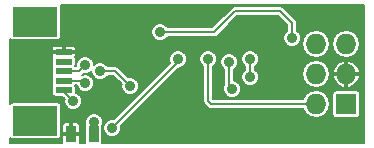
<source format=gbl>
G04 #@! TF.FileFunction,Copper,L2,Bot,Signal*
%FSLAX46Y46*%
G04 Gerber Fmt 4.6, Leading zero omitted, Abs format (unit mm)*
G04 Created by KiCad (PCBNEW (after 2015-mar-04 BZR unknown)-product) date 9/2/2016 2:53:59 PM*
%MOMM*%
G01*
G04 APERTURE LIST*
%ADD10C,0.150000*%
%ADD11R,0.889000X1.397000*%
%ADD12R,3.799840X2.499360*%
%ADD13R,1.399540X0.500380*%
%ADD14R,1.727200X1.727200*%
%ADD15O,1.727200X1.727200*%
%ADD16C,0.889000*%
%ADD17C,0.203200*%
G04 APERTURE END LIST*
D10*
D11*
X155892500Y-107188000D03*
X153987500Y-107188000D03*
D12*
X150969980Y-97652840D03*
X150969980Y-106055160D03*
D13*
X153370280Y-100253800D03*
X153370280Y-101053900D03*
X153370280Y-103454200D03*
X153370280Y-102654100D03*
X153370280Y-101854000D03*
D14*
X177292000Y-104648000D03*
D15*
X174752000Y-104648000D03*
X177292000Y-102108000D03*
X174752000Y-102108000D03*
X177292000Y-99568000D03*
X174752000Y-99568000D03*
D16*
X155956000Y-106172000D03*
X163068000Y-100838000D03*
X157480000Y-106680000D03*
X154178000Y-104394000D03*
X159004000Y-103124000D03*
X156464000Y-101854000D03*
X167640000Y-103378000D03*
X167386000Y-101092000D03*
X155194000Y-102870000D03*
X155194000Y-101346000D03*
X169164000Y-102362000D03*
X169164000Y-100838000D03*
X161544000Y-98552000D03*
X172720000Y-99060000D03*
X151130000Y-101600000D03*
X157734000Y-103378000D03*
X157226000Y-100838000D03*
X164338000Y-100838000D03*
X165608000Y-100838000D03*
D17*
X155892500Y-106235500D02*
X155892500Y-107188000D01*
X155956000Y-106172000D02*
X155892500Y-106235500D01*
X163068000Y-101092000D02*
X163068000Y-100838000D01*
X157480000Y-106680000D02*
X163068000Y-101092000D01*
X153370280Y-103454200D02*
X153370280Y-103586280D01*
X153370280Y-103586280D02*
X154178000Y-104394000D01*
X156464000Y-101854000D02*
X157734000Y-101854000D01*
X157734000Y-101854000D02*
X159004000Y-103124000D01*
X167640000Y-103378000D02*
X167386000Y-103124000D01*
X167386000Y-103124000D02*
X167386000Y-101092000D01*
X154978100Y-102654100D02*
X155194000Y-102870000D01*
X153370280Y-102654100D02*
X154978100Y-102654100D01*
X154686000Y-101854000D02*
X155194000Y-101346000D01*
X153370280Y-101854000D02*
X154686000Y-101854000D01*
X169164000Y-102362000D02*
X169164000Y-100838000D01*
X167894000Y-96774000D02*
X171704000Y-96774000D01*
X166116000Y-98552000D02*
X167894000Y-96774000D01*
X161544000Y-98552000D02*
X166116000Y-98552000D01*
X171704000Y-96774000D02*
X172720000Y-97790000D01*
X172720000Y-97790000D02*
X172720000Y-99060000D01*
X165862000Y-104648000D02*
X168656000Y-104648000D01*
X165608000Y-104394000D02*
X165862000Y-104648000D01*
X165608000Y-100838000D02*
X165608000Y-104394000D01*
X174752000Y-104648000D02*
X168656000Y-104648000D01*
G36*
X178828700Y-107962700D02*
X178483290Y-107962700D01*
X178483290Y-99568000D01*
X178394351Y-99120873D01*
X178141074Y-98741816D01*
X177762017Y-98488539D01*
X177314890Y-98399600D01*
X177269110Y-98399600D01*
X176821983Y-98488539D01*
X176442926Y-98741816D01*
X176189649Y-99120873D01*
X176100710Y-99568000D01*
X176189649Y-100015127D01*
X176442926Y-100394184D01*
X176821983Y-100647461D01*
X177269110Y-100736400D01*
X177314890Y-100736400D01*
X177762017Y-100647461D01*
X178141074Y-100394184D01*
X178394351Y-100015127D01*
X178483290Y-99568000D01*
X178483290Y-107962700D01*
X178466371Y-107962700D01*
X178466371Y-105511600D01*
X178466371Y-103784400D01*
X178443822Y-103668181D01*
X178428763Y-103645256D01*
X178428763Y-102378054D01*
X178428763Y-101837946D01*
X178286777Y-101495138D01*
X177976522Y-101161105D01*
X177562055Y-100971228D01*
X177380900Y-101019178D01*
X177380900Y-102019100D01*
X178380576Y-102019100D01*
X178428763Y-101837946D01*
X178428763Y-102378054D01*
X178380576Y-102196900D01*
X177380900Y-102196900D01*
X177380900Y-103196822D01*
X177562055Y-103244772D01*
X177976522Y-103054895D01*
X178286777Y-102720862D01*
X178428763Y-102378054D01*
X178428763Y-103645256D01*
X178376723Y-103566035D01*
X178275427Y-103497659D01*
X178155600Y-103473629D01*
X177203100Y-103473629D01*
X177203100Y-103196822D01*
X177203100Y-102196900D01*
X177203100Y-102019100D01*
X177203100Y-101019178D01*
X177021945Y-100971228D01*
X176607478Y-101161105D01*
X176297223Y-101495138D01*
X176155237Y-101837946D01*
X176203424Y-102019100D01*
X177203100Y-102019100D01*
X177203100Y-102196900D01*
X176203424Y-102196900D01*
X176155237Y-102378054D01*
X176297223Y-102720862D01*
X176607478Y-103054895D01*
X177021945Y-103244772D01*
X177203100Y-103196822D01*
X177203100Y-103473629D01*
X176428400Y-103473629D01*
X176312181Y-103496178D01*
X176210035Y-103563277D01*
X176141659Y-103664573D01*
X176117629Y-103784400D01*
X176117629Y-105511600D01*
X176140178Y-105627819D01*
X176207277Y-105729965D01*
X176308573Y-105798341D01*
X176428400Y-105822371D01*
X178155600Y-105822371D01*
X178271819Y-105799822D01*
X178373965Y-105732723D01*
X178442341Y-105631427D01*
X178466371Y-105511600D01*
X178466371Y-107962700D01*
X175943290Y-107962700D01*
X175943290Y-104648000D01*
X175943290Y-102108000D01*
X175943290Y-99568000D01*
X175854351Y-99120873D01*
X175601074Y-98741816D01*
X175222017Y-98488539D01*
X174774890Y-98399600D01*
X174729110Y-98399600D01*
X174281983Y-98488539D01*
X173902926Y-98741816D01*
X173649649Y-99120873D01*
X173560710Y-99568000D01*
X173649649Y-100015127D01*
X173902926Y-100394184D01*
X174281983Y-100647461D01*
X174729110Y-100736400D01*
X174774890Y-100736400D01*
X175222017Y-100647461D01*
X175601074Y-100394184D01*
X175854351Y-100015127D01*
X175943290Y-99568000D01*
X175943290Y-102108000D01*
X175854351Y-101660873D01*
X175601074Y-101281816D01*
X175222017Y-101028539D01*
X174774890Y-100939600D01*
X174729110Y-100939600D01*
X174281983Y-101028539D01*
X173902926Y-101281816D01*
X173649649Y-101660873D01*
X173560710Y-102108000D01*
X173649649Y-102555127D01*
X173902926Y-102934184D01*
X174281983Y-103187461D01*
X174729110Y-103276400D01*
X174774890Y-103276400D01*
X175222017Y-103187461D01*
X175601074Y-102934184D01*
X175854351Y-102555127D01*
X175943290Y-102108000D01*
X175943290Y-104648000D01*
X175854351Y-104200873D01*
X175601074Y-103821816D01*
X175222017Y-103568539D01*
X174774890Y-103479600D01*
X174729110Y-103479600D01*
X174281983Y-103568539D01*
X173902926Y-103821816D01*
X173649649Y-104200873D01*
X173641547Y-104241600D01*
X173469430Y-104241600D01*
X173469430Y-98911609D01*
X173355596Y-98636110D01*
X173144999Y-98425144D01*
X173126400Y-98417421D01*
X173126400Y-97790000D01*
X173095465Y-97634478D01*
X173095465Y-97634477D01*
X173007368Y-97502632D01*
X171991368Y-96486632D01*
X171859523Y-96398535D01*
X171704000Y-96367600D01*
X167894000Y-96367600D01*
X167738477Y-96398535D01*
X167606632Y-96486632D01*
X165947664Y-98145600D01*
X162186822Y-98145600D01*
X162179596Y-98128110D01*
X161968999Y-97917144D01*
X161693699Y-97802830D01*
X161395609Y-97802570D01*
X161120110Y-97916404D01*
X160909144Y-98127001D01*
X160794830Y-98402301D01*
X160794570Y-98700391D01*
X160908404Y-98975890D01*
X161119001Y-99186856D01*
X161394301Y-99301170D01*
X161692391Y-99301430D01*
X161967890Y-99187596D01*
X162178856Y-98976999D01*
X162186578Y-98958400D01*
X166116000Y-98958400D01*
X166271522Y-98927465D01*
X166271523Y-98927465D01*
X166403368Y-98839368D01*
X168062336Y-97180400D01*
X171535664Y-97180400D01*
X172313600Y-97958336D01*
X172313600Y-98417177D01*
X172296110Y-98424404D01*
X172085144Y-98635001D01*
X171970830Y-98910301D01*
X171970570Y-99208391D01*
X172084404Y-99483890D01*
X172295001Y-99694856D01*
X172570301Y-99809170D01*
X172868391Y-99809430D01*
X173143890Y-99695596D01*
X173354856Y-99484999D01*
X173469170Y-99209699D01*
X173469430Y-98911609D01*
X173469430Y-104241600D01*
X169913430Y-104241600D01*
X169913430Y-102213609D01*
X169799596Y-101938110D01*
X169588999Y-101727144D01*
X169570400Y-101719421D01*
X169570400Y-101480822D01*
X169587890Y-101473596D01*
X169798856Y-101262999D01*
X169913170Y-100987699D01*
X169913430Y-100689609D01*
X169799596Y-100414110D01*
X169588999Y-100203144D01*
X169313699Y-100088830D01*
X169015609Y-100088570D01*
X168740110Y-100202404D01*
X168529144Y-100413001D01*
X168414830Y-100688301D01*
X168414570Y-100986391D01*
X168528404Y-101261890D01*
X168739001Y-101472856D01*
X168757600Y-101480578D01*
X168757600Y-101719177D01*
X168740110Y-101726404D01*
X168529144Y-101937001D01*
X168414830Y-102212301D01*
X168414570Y-102510391D01*
X168528404Y-102785890D01*
X168739001Y-102996856D01*
X169014301Y-103111170D01*
X169312391Y-103111430D01*
X169587890Y-102997596D01*
X169798856Y-102786999D01*
X169913170Y-102511699D01*
X169913430Y-102213609D01*
X169913430Y-104241600D01*
X168656000Y-104241600D01*
X168389430Y-104241600D01*
X168389430Y-103229609D01*
X168275596Y-102954110D01*
X168064999Y-102743144D01*
X167792400Y-102629951D01*
X167792400Y-101734822D01*
X167809890Y-101727596D01*
X168020856Y-101516999D01*
X168135170Y-101241699D01*
X168135430Y-100943609D01*
X168021596Y-100668110D01*
X167810999Y-100457144D01*
X167535699Y-100342830D01*
X167237609Y-100342570D01*
X166962110Y-100456404D01*
X166751144Y-100667001D01*
X166636830Y-100942301D01*
X166636570Y-101240391D01*
X166750404Y-101515890D01*
X166961001Y-101726856D01*
X166979600Y-101734578D01*
X166979600Y-103014518D01*
X166890830Y-103228301D01*
X166890570Y-103526391D01*
X167004404Y-103801890D01*
X167215001Y-104012856D01*
X167490301Y-104127170D01*
X167788391Y-104127430D01*
X168063890Y-104013596D01*
X168274856Y-103802999D01*
X168389170Y-103527699D01*
X168389430Y-103229609D01*
X168389430Y-104241600D01*
X166030336Y-104241600D01*
X166014400Y-104225664D01*
X166014400Y-101480822D01*
X166031890Y-101473596D01*
X166242856Y-101262999D01*
X166357170Y-100987699D01*
X166357430Y-100689609D01*
X166243596Y-100414110D01*
X166032999Y-100203144D01*
X165757699Y-100088830D01*
X165459609Y-100088570D01*
X165184110Y-100202404D01*
X164973144Y-100413001D01*
X164858830Y-100688301D01*
X164858570Y-100986391D01*
X164972404Y-101261890D01*
X165183001Y-101472856D01*
X165201600Y-101480578D01*
X165201600Y-104394000D01*
X165232535Y-104549523D01*
X165320632Y-104681368D01*
X165574632Y-104935368D01*
X165706477Y-105023465D01*
X165862000Y-105054400D01*
X168656000Y-105054400D01*
X173641547Y-105054400D01*
X173649649Y-105095127D01*
X173902926Y-105474184D01*
X174281983Y-105727461D01*
X174729110Y-105816400D01*
X174774890Y-105816400D01*
X175222017Y-105727461D01*
X175601074Y-105474184D01*
X175854351Y-105095127D01*
X175943290Y-104648000D01*
X175943290Y-107962700D01*
X163817430Y-107962700D01*
X163817430Y-100689609D01*
X163703596Y-100414110D01*
X163492999Y-100203144D01*
X163217699Y-100088830D01*
X162919609Y-100088570D01*
X162644110Y-100202404D01*
X162433144Y-100413001D01*
X162318830Y-100688301D01*
X162318570Y-100986391D01*
X162400525Y-101184738D01*
X159753430Y-103831833D01*
X159753430Y-102975609D01*
X159639596Y-102700110D01*
X159428999Y-102489144D01*
X159153699Y-102374830D01*
X158855609Y-102374570D01*
X158836996Y-102382260D01*
X158021368Y-101566632D01*
X157889523Y-101478535D01*
X157734000Y-101447600D01*
X157106822Y-101447600D01*
X157099596Y-101430110D01*
X156888999Y-101219144D01*
X156613699Y-101104830D01*
X156315609Y-101104570D01*
X156040110Y-101218404D01*
X155943327Y-101315017D01*
X155943430Y-101197609D01*
X155829596Y-100922110D01*
X155618999Y-100711144D01*
X155343699Y-100596830D01*
X155045609Y-100596570D01*
X154770110Y-100710404D01*
X154559144Y-100921001D01*
X154444830Y-101196301D01*
X154444610Y-101447600D01*
X154340804Y-101447600D01*
X154356791Y-101423917D01*
X154380821Y-101304090D01*
X154380821Y-100803710D01*
X154358272Y-100687491D01*
X154337225Y-100655451D01*
X154374850Y-100564618D01*
X154374850Y-100418900D01*
X154374850Y-100088700D01*
X154374850Y-99942982D01*
X154328447Y-99830955D01*
X154242706Y-99745213D01*
X154130679Y-99698810D01*
X154009422Y-99698810D01*
X153535380Y-99698810D01*
X153459180Y-99775010D01*
X153459180Y-100164900D01*
X154298650Y-100164900D01*
X154374850Y-100088700D01*
X154374850Y-100418900D01*
X154298650Y-100342700D01*
X153459180Y-100342700D01*
X153459180Y-100362700D01*
X153281380Y-100362700D01*
X153281380Y-100342700D01*
X153281380Y-100164900D01*
X153281380Y-99775010D01*
X153205180Y-99698810D01*
X152731138Y-99698810D01*
X152609881Y-99698810D01*
X152497854Y-99745213D01*
X152412113Y-99830955D01*
X152365710Y-99942982D01*
X152365710Y-100088700D01*
X152441910Y-100164900D01*
X153281380Y-100164900D01*
X153281380Y-100342700D01*
X152441910Y-100342700D01*
X152365710Y-100418900D01*
X152365710Y-100564618D01*
X152403192Y-100655108D01*
X152383769Y-100683883D01*
X152359739Y-100803710D01*
X152359739Y-101304090D01*
X152382288Y-101420309D01*
X152404216Y-101453691D01*
X152383769Y-101483983D01*
X152359739Y-101603810D01*
X152359739Y-102104190D01*
X152382288Y-102220409D01*
X152404216Y-102253791D01*
X152383769Y-102284083D01*
X152359739Y-102403910D01*
X152359739Y-102904290D01*
X152382288Y-103020509D01*
X152404216Y-103053891D01*
X152383769Y-103084183D01*
X152359739Y-103204010D01*
X152359739Y-103704390D01*
X152382288Y-103820609D01*
X152449387Y-103922755D01*
X152550683Y-103991131D01*
X152670510Y-104015161D01*
X153224425Y-104015161D01*
X153436087Y-104226823D01*
X153428830Y-104244301D01*
X153428570Y-104542391D01*
X153542404Y-104817890D01*
X153753001Y-105028856D01*
X154028301Y-105143170D01*
X154326391Y-105143430D01*
X154601890Y-105029596D01*
X154812856Y-104818999D01*
X154927170Y-104543699D01*
X154927430Y-104245609D01*
X154813596Y-103970110D01*
X154602999Y-103759144D01*
X154380821Y-103666888D01*
X154380821Y-103204010D01*
X154358272Y-103087791D01*
X154340344Y-103060500D01*
X154461969Y-103060500D01*
X154558404Y-103293890D01*
X154769001Y-103504856D01*
X155044301Y-103619170D01*
X155342391Y-103619430D01*
X155617890Y-103505596D01*
X155828856Y-103294999D01*
X155943170Y-103019699D01*
X155943430Y-102721609D01*
X155829596Y-102446110D01*
X155618999Y-102235144D01*
X155343699Y-102120830D01*
X155045609Y-102120570D01*
X154937871Y-102165086D01*
X154973368Y-102141368D01*
X155026823Y-102087912D01*
X155044301Y-102095170D01*
X155342391Y-102095430D01*
X155617890Y-101981596D01*
X155714672Y-101884982D01*
X155714570Y-102002391D01*
X155828404Y-102277890D01*
X156039001Y-102488856D01*
X156314301Y-102603170D01*
X156612391Y-102603430D01*
X156887890Y-102489596D01*
X157098856Y-102278999D01*
X157106578Y-102260400D01*
X157565664Y-102260400D01*
X158262087Y-102956823D01*
X158254830Y-102974301D01*
X158254570Y-103272391D01*
X158368404Y-103547890D01*
X158579001Y-103758856D01*
X158854301Y-103873170D01*
X159152391Y-103873430D01*
X159427890Y-103759596D01*
X159638856Y-103548999D01*
X159753170Y-103273699D01*
X159753430Y-102975609D01*
X159753430Y-103831833D01*
X157647176Y-105938087D01*
X157629699Y-105930830D01*
X157331609Y-105930570D01*
X157056110Y-106044404D01*
X156845144Y-106255001D01*
X156730830Y-106530301D01*
X156730570Y-106828391D01*
X156844404Y-107103890D01*
X157055001Y-107314856D01*
X157330301Y-107429170D01*
X157628391Y-107429430D01*
X157903890Y-107315596D01*
X158114856Y-107104999D01*
X158229170Y-106829699D01*
X158229430Y-106531609D01*
X158221739Y-106512996D01*
X163147366Y-101587369D01*
X163216391Y-101587430D01*
X163491890Y-101473596D01*
X163702856Y-101262999D01*
X163817170Y-100987699D01*
X163817430Y-100689609D01*
X163817430Y-107962700D01*
X156632489Y-107962700D01*
X156647771Y-107886500D01*
X156647771Y-106489500D01*
X156643861Y-106469347D01*
X156705170Y-106321699D01*
X156705430Y-106023609D01*
X156591596Y-105748110D01*
X156380999Y-105537144D01*
X156105699Y-105422830D01*
X155807609Y-105422570D01*
X155532110Y-105536404D01*
X155321144Y-105747001D01*
X155206830Y-106022301D01*
X155206585Y-106302523D01*
X155161259Y-106369673D01*
X155137229Y-106489500D01*
X155137229Y-107886500D01*
X155152013Y-107962700D01*
X154730350Y-107962700D01*
X154736800Y-107947129D01*
X154736800Y-107825872D01*
X154736800Y-107353100D01*
X154736800Y-107022900D01*
X154736800Y-106550128D01*
X154736800Y-106428871D01*
X154690397Y-106316844D01*
X154604655Y-106231103D01*
X154492628Y-106184700D01*
X154152600Y-106184700D01*
X154076400Y-106260900D01*
X154076400Y-107099100D01*
X154660600Y-107099100D01*
X154736800Y-107022900D01*
X154736800Y-107353100D01*
X154660600Y-107276900D01*
X154076400Y-107276900D01*
X154076400Y-107296900D01*
X153898600Y-107296900D01*
X153898600Y-107276900D01*
X153898600Y-107099100D01*
X153898600Y-106260900D01*
X153822400Y-106184700D01*
X153482372Y-106184700D01*
X153370345Y-106231103D01*
X153284603Y-106316844D01*
X153238200Y-106428871D01*
X153238200Y-106550128D01*
X153238200Y-107022900D01*
X153314400Y-107099100D01*
X153898600Y-107099100D01*
X153898600Y-107276900D01*
X153314400Y-107276900D01*
X153238200Y-107353100D01*
X153238200Y-107825872D01*
X153238200Y-107947129D01*
X153244649Y-107962700D01*
X148831300Y-107962700D01*
X148831300Y-107496355D01*
X148848937Y-107523205D01*
X148950233Y-107591581D01*
X149070060Y-107615611D01*
X152869900Y-107615611D01*
X152986119Y-107593062D01*
X153088265Y-107525963D01*
X153156641Y-107424667D01*
X153180671Y-107304840D01*
X153180671Y-104805480D01*
X153158122Y-104689261D01*
X153091023Y-104587115D01*
X152989727Y-104518739D01*
X152869900Y-104494709D01*
X149070060Y-104494709D01*
X148953841Y-104517258D01*
X148851695Y-104584357D01*
X148831300Y-104614571D01*
X148831300Y-99094035D01*
X148848937Y-99120885D01*
X148950233Y-99189261D01*
X149070060Y-99213291D01*
X152869900Y-99213291D01*
X152986119Y-99190742D01*
X153088265Y-99123643D01*
X153156641Y-99022347D01*
X153180671Y-98902520D01*
X153180671Y-96403160D01*
X153158122Y-96286941D01*
X153136023Y-96253300D01*
X178828700Y-96253300D01*
X178828700Y-107962700D01*
X178828700Y-107962700D01*
G37*
X178828700Y-107962700D02*
X178483290Y-107962700D01*
X178483290Y-99568000D01*
X178394351Y-99120873D01*
X178141074Y-98741816D01*
X177762017Y-98488539D01*
X177314890Y-98399600D01*
X177269110Y-98399600D01*
X176821983Y-98488539D01*
X176442926Y-98741816D01*
X176189649Y-99120873D01*
X176100710Y-99568000D01*
X176189649Y-100015127D01*
X176442926Y-100394184D01*
X176821983Y-100647461D01*
X177269110Y-100736400D01*
X177314890Y-100736400D01*
X177762017Y-100647461D01*
X178141074Y-100394184D01*
X178394351Y-100015127D01*
X178483290Y-99568000D01*
X178483290Y-107962700D01*
X178466371Y-107962700D01*
X178466371Y-105511600D01*
X178466371Y-103784400D01*
X178443822Y-103668181D01*
X178428763Y-103645256D01*
X178428763Y-102378054D01*
X178428763Y-101837946D01*
X178286777Y-101495138D01*
X177976522Y-101161105D01*
X177562055Y-100971228D01*
X177380900Y-101019178D01*
X177380900Y-102019100D01*
X178380576Y-102019100D01*
X178428763Y-101837946D01*
X178428763Y-102378054D01*
X178380576Y-102196900D01*
X177380900Y-102196900D01*
X177380900Y-103196822D01*
X177562055Y-103244772D01*
X177976522Y-103054895D01*
X178286777Y-102720862D01*
X178428763Y-102378054D01*
X178428763Y-103645256D01*
X178376723Y-103566035D01*
X178275427Y-103497659D01*
X178155600Y-103473629D01*
X177203100Y-103473629D01*
X177203100Y-103196822D01*
X177203100Y-102196900D01*
X177203100Y-102019100D01*
X177203100Y-101019178D01*
X177021945Y-100971228D01*
X176607478Y-101161105D01*
X176297223Y-101495138D01*
X176155237Y-101837946D01*
X176203424Y-102019100D01*
X177203100Y-102019100D01*
X177203100Y-102196900D01*
X176203424Y-102196900D01*
X176155237Y-102378054D01*
X176297223Y-102720862D01*
X176607478Y-103054895D01*
X177021945Y-103244772D01*
X177203100Y-103196822D01*
X177203100Y-103473629D01*
X176428400Y-103473629D01*
X176312181Y-103496178D01*
X176210035Y-103563277D01*
X176141659Y-103664573D01*
X176117629Y-103784400D01*
X176117629Y-105511600D01*
X176140178Y-105627819D01*
X176207277Y-105729965D01*
X176308573Y-105798341D01*
X176428400Y-105822371D01*
X178155600Y-105822371D01*
X178271819Y-105799822D01*
X178373965Y-105732723D01*
X178442341Y-105631427D01*
X178466371Y-105511600D01*
X178466371Y-107962700D01*
X175943290Y-107962700D01*
X175943290Y-104648000D01*
X175943290Y-102108000D01*
X175943290Y-99568000D01*
X175854351Y-99120873D01*
X175601074Y-98741816D01*
X175222017Y-98488539D01*
X174774890Y-98399600D01*
X174729110Y-98399600D01*
X174281983Y-98488539D01*
X173902926Y-98741816D01*
X173649649Y-99120873D01*
X173560710Y-99568000D01*
X173649649Y-100015127D01*
X173902926Y-100394184D01*
X174281983Y-100647461D01*
X174729110Y-100736400D01*
X174774890Y-100736400D01*
X175222017Y-100647461D01*
X175601074Y-100394184D01*
X175854351Y-100015127D01*
X175943290Y-99568000D01*
X175943290Y-102108000D01*
X175854351Y-101660873D01*
X175601074Y-101281816D01*
X175222017Y-101028539D01*
X174774890Y-100939600D01*
X174729110Y-100939600D01*
X174281983Y-101028539D01*
X173902926Y-101281816D01*
X173649649Y-101660873D01*
X173560710Y-102108000D01*
X173649649Y-102555127D01*
X173902926Y-102934184D01*
X174281983Y-103187461D01*
X174729110Y-103276400D01*
X174774890Y-103276400D01*
X175222017Y-103187461D01*
X175601074Y-102934184D01*
X175854351Y-102555127D01*
X175943290Y-102108000D01*
X175943290Y-104648000D01*
X175854351Y-104200873D01*
X175601074Y-103821816D01*
X175222017Y-103568539D01*
X174774890Y-103479600D01*
X174729110Y-103479600D01*
X174281983Y-103568539D01*
X173902926Y-103821816D01*
X173649649Y-104200873D01*
X173641547Y-104241600D01*
X173469430Y-104241600D01*
X173469430Y-98911609D01*
X173355596Y-98636110D01*
X173144999Y-98425144D01*
X173126400Y-98417421D01*
X173126400Y-97790000D01*
X173095465Y-97634478D01*
X173095465Y-97634477D01*
X173007368Y-97502632D01*
X171991368Y-96486632D01*
X171859523Y-96398535D01*
X171704000Y-96367600D01*
X167894000Y-96367600D01*
X167738477Y-96398535D01*
X167606632Y-96486632D01*
X165947664Y-98145600D01*
X162186822Y-98145600D01*
X162179596Y-98128110D01*
X161968999Y-97917144D01*
X161693699Y-97802830D01*
X161395609Y-97802570D01*
X161120110Y-97916404D01*
X160909144Y-98127001D01*
X160794830Y-98402301D01*
X160794570Y-98700391D01*
X160908404Y-98975890D01*
X161119001Y-99186856D01*
X161394301Y-99301170D01*
X161692391Y-99301430D01*
X161967890Y-99187596D01*
X162178856Y-98976999D01*
X162186578Y-98958400D01*
X166116000Y-98958400D01*
X166271522Y-98927465D01*
X166271523Y-98927465D01*
X166403368Y-98839368D01*
X168062336Y-97180400D01*
X171535664Y-97180400D01*
X172313600Y-97958336D01*
X172313600Y-98417177D01*
X172296110Y-98424404D01*
X172085144Y-98635001D01*
X171970830Y-98910301D01*
X171970570Y-99208391D01*
X172084404Y-99483890D01*
X172295001Y-99694856D01*
X172570301Y-99809170D01*
X172868391Y-99809430D01*
X173143890Y-99695596D01*
X173354856Y-99484999D01*
X173469170Y-99209699D01*
X173469430Y-98911609D01*
X173469430Y-104241600D01*
X169913430Y-104241600D01*
X169913430Y-102213609D01*
X169799596Y-101938110D01*
X169588999Y-101727144D01*
X169570400Y-101719421D01*
X169570400Y-101480822D01*
X169587890Y-101473596D01*
X169798856Y-101262999D01*
X169913170Y-100987699D01*
X169913430Y-100689609D01*
X169799596Y-100414110D01*
X169588999Y-100203144D01*
X169313699Y-100088830D01*
X169015609Y-100088570D01*
X168740110Y-100202404D01*
X168529144Y-100413001D01*
X168414830Y-100688301D01*
X168414570Y-100986391D01*
X168528404Y-101261890D01*
X168739001Y-101472856D01*
X168757600Y-101480578D01*
X168757600Y-101719177D01*
X168740110Y-101726404D01*
X168529144Y-101937001D01*
X168414830Y-102212301D01*
X168414570Y-102510391D01*
X168528404Y-102785890D01*
X168739001Y-102996856D01*
X169014301Y-103111170D01*
X169312391Y-103111430D01*
X169587890Y-102997596D01*
X169798856Y-102786999D01*
X169913170Y-102511699D01*
X169913430Y-102213609D01*
X169913430Y-104241600D01*
X168656000Y-104241600D01*
X168389430Y-104241600D01*
X168389430Y-103229609D01*
X168275596Y-102954110D01*
X168064999Y-102743144D01*
X167792400Y-102629951D01*
X167792400Y-101734822D01*
X167809890Y-101727596D01*
X168020856Y-101516999D01*
X168135170Y-101241699D01*
X168135430Y-100943609D01*
X168021596Y-100668110D01*
X167810999Y-100457144D01*
X167535699Y-100342830D01*
X167237609Y-100342570D01*
X166962110Y-100456404D01*
X166751144Y-100667001D01*
X166636830Y-100942301D01*
X166636570Y-101240391D01*
X166750404Y-101515890D01*
X166961001Y-101726856D01*
X166979600Y-101734578D01*
X166979600Y-103014518D01*
X166890830Y-103228301D01*
X166890570Y-103526391D01*
X167004404Y-103801890D01*
X167215001Y-104012856D01*
X167490301Y-104127170D01*
X167788391Y-104127430D01*
X168063890Y-104013596D01*
X168274856Y-103802999D01*
X168389170Y-103527699D01*
X168389430Y-103229609D01*
X168389430Y-104241600D01*
X166030336Y-104241600D01*
X166014400Y-104225664D01*
X166014400Y-101480822D01*
X166031890Y-101473596D01*
X166242856Y-101262999D01*
X166357170Y-100987699D01*
X166357430Y-100689609D01*
X166243596Y-100414110D01*
X166032999Y-100203144D01*
X165757699Y-100088830D01*
X165459609Y-100088570D01*
X165184110Y-100202404D01*
X164973144Y-100413001D01*
X164858830Y-100688301D01*
X164858570Y-100986391D01*
X164972404Y-101261890D01*
X165183001Y-101472856D01*
X165201600Y-101480578D01*
X165201600Y-104394000D01*
X165232535Y-104549523D01*
X165320632Y-104681368D01*
X165574632Y-104935368D01*
X165706477Y-105023465D01*
X165862000Y-105054400D01*
X168656000Y-105054400D01*
X173641547Y-105054400D01*
X173649649Y-105095127D01*
X173902926Y-105474184D01*
X174281983Y-105727461D01*
X174729110Y-105816400D01*
X174774890Y-105816400D01*
X175222017Y-105727461D01*
X175601074Y-105474184D01*
X175854351Y-105095127D01*
X175943290Y-104648000D01*
X175943290Y-107962700D01*
X163817430Y-107962700D01*
X163817430Y-100689609D01*
X163703596Y-100414110D01*
X163492999Y-100203144D01*
X163217699Y-100088830D01*
X162919609Y-100088570D01*
X162644110Y-100202404D01*
X162433144Y-100413001D01*
X162318830Y-100688301D01*
X162318570Y-100986391D01*
X162400525Y-101184738D01*
X159753430Y-103831833D01*
X159753430Y-102975609D01*
X159639596Y-102700110D01*
X159428999Y-102489144D01*
X159153699Y-102374830D01*
X158855609Y-102374570D01*
X158836996Y-102382260D01*
X158021368Y-101566632D01*
X157889523Y-101478535D01*
X157734000Y-101447600D01*
X157106822Y-101447600D01*
X157099596Y-101430110D01*
X156888999Y-101219144D01*
X156613699Y-101104830D01*
X156315609Y-101104570D01*
X156040110Y-101218404D01*
X155943327Y-101315017D01*
X155943430Y-101197609D01*
X155829596Y-100922110D01*
X155618999Y-100711144D01*
X155343699Y-100596830D01*
X155045609Y-100596570D01*
X154770110Y-100710404D01*
X154559144Y-100921001D01*
X154444830Y-101196301D01*
X154444610Y-101447600D01*
X154340804Y-101447600D01*
X154356791Y-101423917D01*
X154380821Y-101304090D01*
X154380821Y-100803710D01*
X154358272Y-100687491D01*
X154337225Y-100655451D01*
X154374850Y-100564618D01*
X154374850Y-100418900D01*
X154374850Y-100088700D01*
X154374850Y-99942982D01*
X154328447Y-99830955D01*
X154242706Y-99745213D01*
X154130679Y-99698810D01*
X154009422Y-99698810D01*
X153535380Y-99698810D01*
X153459180Y-99775010D01*
X153459180Y-100164900D01*
X154298650Y-100164900D01*
X154374850Y-100088700D01*
X154374850Y-100418900D01*
X154298650Y-100342700D01*
X153459180Y-100342700D01*
X153459180Y-100362700D01*
X153281380Y-100362700D01*
X153281380Y-100342700D01*
X153281380Y-100164900D01*
X153281380Y-99775010D01*
X153205180Y-99698810D01*
X152731138Y-99698810D01*
X152609881Y-99698810D01*
X152497854Y-99745213D01*
X152412113Y-99830955D01*
X152365710Y-99942982D01*
X152365710Y-100088700D01*
X152441910Y-100164900D01*
X153281380Y-100164900D01*
X153281380Y-100342700D01*
X152441910Y-100342700D01*
X152365710Y-100418900D01*
X152365710Y-100564618D01*
X152403192Y-100655108D01*
X152383769Y-100683883D01*
X152359739Y-100803710D01*
X152359739Y-101304090D01*
X152382288Y-101420309D01*
X152404216Y-101453691D01*
X152383769Y-101483983D01*
X152359739Y-101603810D01*
X152359739Y-102104190D01*
X152382288Y-102220409D01*
X152404216Y-102253791D01*
X152383769Y-102284083D01*
X152359739Y-102403910D01*
X152359739Y-102904290D01*
X152382288Y-103020509D01*
X152404216Y-103053891D01*
X152383769Y-103084183D01*
X152359739Y-103204010D01*
X152359739Y-103704390D01*
X152382288Y-103820609D01*
X152449387Y-103922755D01*
X152550683Y-103991131D01*
X152670510Y-104015161D01*
X153224425Y-104015161D01*
X153436087Y-104226823D01*
X153428830Y-104244301D01*
X153428570Y-104542391D01*
X153542404Y-104817890D01*
X153753001Y-105028856D01*
X154028301Y-105143170D01*
X154326391Y-105143430D01*
X154601890Y-105029596D01*
X154812856Y-104818999D01*
X154927170Y-104543699D01*
X154927430Y-104245609D01*
X154813596Y-103970110D01*
X154602999Y-103759144D01*
X154380821Y-103666888D01*
X154380821Y-103204010D01*
X154358272Y-103087791D01*
X154340344Y-103060500D01*
X154461969Y-103060500D01*
X154558404Y-103293890D01*
X154769001Y-103504856D01*
X155044301Y-103619170D01*
X155342391Y-103619430D01*
X155617890Y-103505596D01*
X155828856Y-103294999D01*
X155943170Y-103019699D01*
X155943430Y-102721609D01*
X155829596Y-102446110D01*
X155618999Y-102235144D01*
X155343699Y-102120830D01*
X155045609Y-102120570D01*
X154937871Y-102165086D01*
X154973368Y-102141368D01*
X155026823Y-102087912D01*
X155044301Y-102095170D01*
X155342391Y-102095430D01*
X155617890Y-101981596D01*
X155714672Y-101884982D01*
X155714570Y-102002391D01*
X155828404Y-102277890D01*
X156039001Y-102488856D01*
X156314301Y-102603170D01*
X156612391Y-102603430D01*
X156887890Y-102489596D01*
X157098856Y-102278999D01*
X157106578Y-102260400D01*
X157565664Y-102260400D01*
X158262087Y-102956823D01*
X158254830Y-102974301D01*
X158254570Y-103272391D01*
X158368404Y-103547890D01*
X158579001Y-103758856D01*
X158854301Y-103873170D01*
X159152391Y-103873430D01*
X159427890Y-103759596D01*
X159638856Y-103548999D01*
X159753170Y-103273699D01*
X159753430Y-102975609D01*
X159753430Y-103831833D01*
X157647176Y-105938087D01*
X157629699Y-105930830D01*
X157331609Y-105930570D01*
X157056110Y-106044404D01*
X156845144Y-106255001D01*
X156730830Y-106530301D01*
X156730570Y-106828391D01*
X156844404Y-107103890D01*
X157055001Y-107314856D01*
X157330301Y-107429170D01*
X157628391Y-107429430D01*
X157903890Y-107315596D01*
X158114856Y-107104999D01*
X158229170Y-106829699D01*
X158229430Y-106531609D01*
X158221739Y-106512996D01*
X163147366Y-101587369D01*
X163216391Y-101587430D01*
X163491890Y-101473596D01*
X163702856Y-101262999D01*
X163817170Y-100987699D01*
X163817430Y-100689609D01*
X163817430Y-107962700D01*
X156632489Y-107962700D01*
X156647771Y-107886500D01*
X156647771Y-106489500D01*
X156643861Y-106469347D01*
X156705170Y-106321699D01*
X156705430Y-106023609D01*
X156591596Y-105748110D01*
X156380999Y-105537144D01*
X156105699Y-105422830D01*
X155807609Y-105422570D01*
X155532110Y-105536404D01*
X155321144Y-105747001D01*
X155206830Y-106022301D01*
X155206585Y-106302523D01*
X155161259Y-106369673D01*
X155137229Y-106489500D01*
X155137229Y-107886500D01*
X155152013Y-107962700D01*
X154730350Y-107962700D01*
X154736800Y-107947129D01*
X154736800Y-107825872D01*
X154736800Y-107353100D01*
X154736800Y-107022900D01*
X154736800Y-106550128D01*
X154736800Y-106428871D01*
X154690397Y-106316844D01*
X154604655Y-106231103D01*
X154492628Y-106184700D01*
X154152600Y-106184700D01*
X154076400Y-106260900D01*
X154076400Y-107099100D01*
X154660600Y-107099100D01*
X154736800Y-107022900D01*
X154736800Y-107353100D01*
X154660600Y-107276900D01*
X154076400Y-107276900D01*
X154076400Y-107296900D01*
X153898600Y-107296900D01*
X153898600Y-107276900D01*
X153898600Y-107099100D01*
X153898600Y-106260900D01*
X153822400Y-106184700D01*
X153482372Y-106184700D01*
X153370345Y-106231103D01*
X153284603Y-106316844D01*
X153238200Y-106428871D01*
X153238200Y-106550128D01*
X153238200Y-107022900D01*
X153314400Y-107099100D01*
X153898600Y-107099100D01*
X153898600Y-107276900D01*
X153314400Y-107276900D01*
X153238200Y-107353100D01*
X153238200Y-107825872D01*
X153238200Y-107947129D01*
X153244649Y-107962700D01*
X148831300Y-107962700D01*
X148831300Y-107496355D01*
X148848937Y-107523205D01*
X148950233Y-107591581D01*
X149070060Y-107615611D01*
X152869900Y-107615611D01*
X152986119Y-107593062D01*
X153088265Y-107525963D01*
X153156641Y-107424667D01*
X153180671Y-107304840D01*
X153180671Y-104805480D01*
X153158122Y-104689261D01*
X153091023Y-104587115D01*
X152989727Y-104518739D01*
X152869900Y-104494709D01*
X149070060Y-104494709D01*
X148953841Y-104517258D01*
X148851695Y-104584357D01*
X148831300Y-104614571D01*
X148831300Y-99094035D01*
X148848937Y-99120885D01*
X148950233Y-99189261D01*
X149070060Y-99213291D01*
X152869900Y-99213291D01*
X152986119Y-99190742D01*
X153088265Y-99123643D01*
X153156641Y-99022347D01*
X153180671Y-98902520D01*
X153180671Y-96403160D01*
X153158122Y-96286941D01*
X153136023Y-96253300D01*
X178828700Y-96253300D01*
X178828700Y-107962700D01*
M02*

</source>
